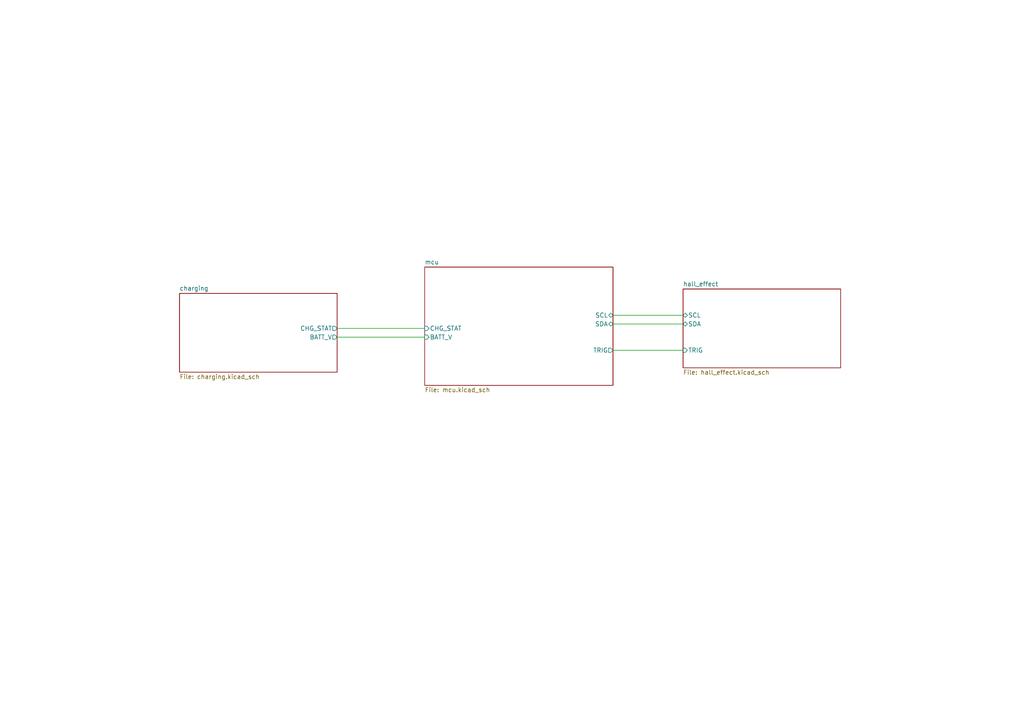
<source format=kicad_sch>
(kicad_sch
	(version 20231120)
	(generator "eeschema")
	(generator_version "8.0")
	(uuid "5c9eb70e-53a3-4f57-8f37-8853f9cac53c")
	(paper "A4")
	(lib_symbols)
	(wire
		(pts
			(xy 97.79 97.79) (xy 123.19 97.79)
		)
		(stroke
			(width 0)
			(type default)
		)
		(uuid "0b556c16-021a-4287-8bf1-ea270963b688")
	)
	(wire
		(pts
			(xy 97.79 95.25) (xy 123.19 95.25)
		)
		(stroke
			(width 0)
			(type default)
		)
		(uuid "83aabc01-9ba3-4b1f-9463-a7a3a4cc2404")
	)
	(wire
		(pts
			(xy 177.8 93.98) (xy 198.12 93.98)
		)
		(stroke
			(width 0)
			(type default)
		)
		(uuid "ae1d9dc5-4c26-4743-b031-66093f93533d")
	)
	(wire
		(pts
			(xy 177.8 91.44) (xy 198.12 91.44)
		)
		(stroke
			(width 0)
			(type default)
		)
		(uuid "faf8802e-18f9-4be6-8f80-4a1300b08264")
	)
	(wire
		(pts
			(xy 177.8 101.6) (xy 198.12 101.6)
		)
		(stroke
			(width 0)
			(type default)
		)
		(uuid "fb637c95-cc96-4906-a99d-80f2d75cc47b")
	)
	(sheet
		(at 123.19 77.47)
		(size 54.61 34.29)
		(fields_autoplaced yes)
		(stroke
			(width 0.1524)
			(type solid)
		)
		(fill
			(color 0 0 0 0.0000)
		)
		(uuid "1e3446f1-a95f-4913-8bb5-b3ce5accdac4")
		(property "Sheetname" "mcu"
			(at 123.19 76.7584 0)
			(effects
				(font
					(size 1.27 1.27)
				)
				(justify left bottom)
			)
		)
		(property "Sheetfile" "mcu.kicad_sch"
			(at 123.19 112.3446 0)
			(effects
				(font
					(size 1.27 1.27)
				)
				(justify left top)
			)
		)
		(pin "SCL" bidirectional
			(at 177.8 91.44 0)
			(effects
				(font
					(size 1.27 1.27)
				)
				(justify right)
			)
			(uuid "958c97d4-feeb-48a5-b88b-ead72bf7149a")
		)
		(pin "SDA" bidirectional
			(at 177.8 93.98 0)
			(effects
				(font
					(size 1.27 1.27)
				)
				(justify right)
			)
			(uuid "d874b9f6-427f-4ab3-84f7-f234a9b3c2f3")
		)
		(pin "TRIG" output
			(at 177.8 101.6 0)
			(effects
				(font
					(size 1.27 1.27)
				)
				(justify right)
			)
			(uuid "b8b29dc0-9c2c-407b-952d-4fc0cca720f4")
		)
		(pin "CHG_STAT" input
			(at 123.19 95.25 180)
			(effects
				(font
					(size 1.27 1.27)
				)
				(justify left)
			)
			(uuid "fceac894-cb2b-4431-8b81-825a10522174")
		)
		(pin "BATT_V" input
			(at 123.19 97.79 180)
			(effects
				(font
					(size 1.27 1.27)
				)
				(justify left)
			)
			(uuid "4c6b3852-3b2d-46b0-bfc2-75d44b4f99ac")
		)
		(instances
			(project "bookbuddy_pcb"
				(path "/5c9eb70e-53a3-4f57-8f37-8853f9cac53c"
					(page "2")
				)
			)
		)
	)
	(sheet
		(at 198.12 83.82)
		(size 45.72 22.86)
		(fields_autoplaced yes)
		(stroke
			(width 0.1524)
			(type solid)
		)
		(fill
			(color 0 0 0 0.0000)
		)
		(uuid "6dc440b8-7071-4cc1-81fc-db5797234b2d")
		(property "Sheetname" "hall_effect"
			(at 198.12 83.1084 0)
			(effects
				(font
					(size 1.27 1.27)
				)
				(justify left bottom)
			)
		)
		(property "Sheetfile" "hall_effect.kicad_sch"
			(at 198.12 107.2646 0)
			(effects
				(font
					(size 1.27 1.27)
				)
				(justify left top)
			)
		)
		(pin "TRIG" input
			(at 198.12 101.6 180)
			(effects
				(font
					(size 1.27 1.27)
				)
				(justify left)
			)
			(uuid "ab7074c1-4597-4287-a737-68e6be63d3e3")
		)
		(pin "SDA" bidirectional
			(at 198.12 93.98 180)
			(effects
				(font
					(size 1.27 1.27)
				)
				(justify left)
			)
			(uuid "e1851d46-5e18-4135-806a-d430a6871700")
		)
		(pin "SCL" bidirectional
			(at 198.12 91.44 180)
			(effects
				(font
					(size 1.27 1.27)
				)
				(justify left)
			)
			(uuid "ae47f1ac-c5a6-4b80-b5af-aecc6cbef6f4")
		)
		(instances
			(project "bookbuddy_pcb"
				(path "/5c9eb70e-53a3-4f57-8f37-8853f9cac53c"
					(page "3")
				)
			)
		)
	)
	(sheet
		(at 52.07 85.09)
		(size 45.72 22.86)
		(fields_autoplaced yes)
		(stroke
			(width 0.1524)
			(type solid)
		)
		(fill
			(color 0 0 0 0.0000)
		)
		(uuid "b9b17dec-f84f-4841-bdb5-cbe0cc549f61")
		(property "Sheetname" "charging"
			(at 52.07 84.3784 0)
			(effects
				(font
					(size 1.27 1.27)
				)
				(justify left bottom)
			)
		)
		(property "Sheetfile" "charging.kicad_sch"
			(at 52.07 108.5346 0)
			(effects
				(font
					(size 1.27 1.27)
				)
				(justify left top)
			)
		)
		(pin "CHG_STAT" output
			(at 97.79 95.25 0)
			(effects
				(font
					(size 1.27 1.27)
				)
				(justify right)
			)
			(uuid "e4ed9091-a7d9-427d-9162-024aea14ecde")
		)
		(pin "BATT_V" output
			(at 97.79 97.79 0)
			(effects
				(font
					(size 1.27 1.27)
				)
				(justify right)
			)
			(uuid "4f75cae0-25cf-4a2c-b357-203ec281a3fb")
		)
		(instances
			(project "bookbuddy_pcb"
				(path "/5c9eb70e-53a3-4f57-8f37-8853f9cac53c"
					(page "4")
				)
			)
		)
	)
	(sheet_instances
		(path "/"
			(page "1")
		)
	)
)

</source>
